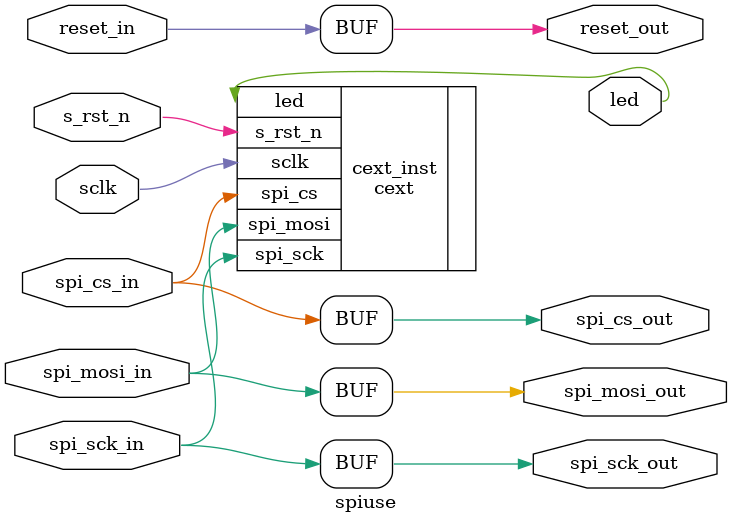
<source format=v>
module spiuse(

	input sclk,
	input s_rst_n,

	input spi_sck_in,
	input spi_mosi_in,
	input spi_cs_in,
	input reset_in,
	output spi_sck_out,
	output spi_mosi_out,
	output spi_cs_out,
	output reset_out,
	output led
	);
	
	
	assign spi_sck_out = spi_sck_in;
		assign spi_mosi_out = spi_mosi_in;
			assign spi_cs_out = spi_cs_in;
				assign reset_out = reset_in;
	
		cext cext_inst (
	.sclk 		(sclk 		),
	.s_rst_n		(s_rst_n 	),
	.spi_cs 		(spi_cs_in 	),
	.spi_sck 	(spi_sck_in 	),
	.spi_mosi 	(spi_mosi_in 	),
	.led 		(led 		)
	);
	
endmodule 

</source>
